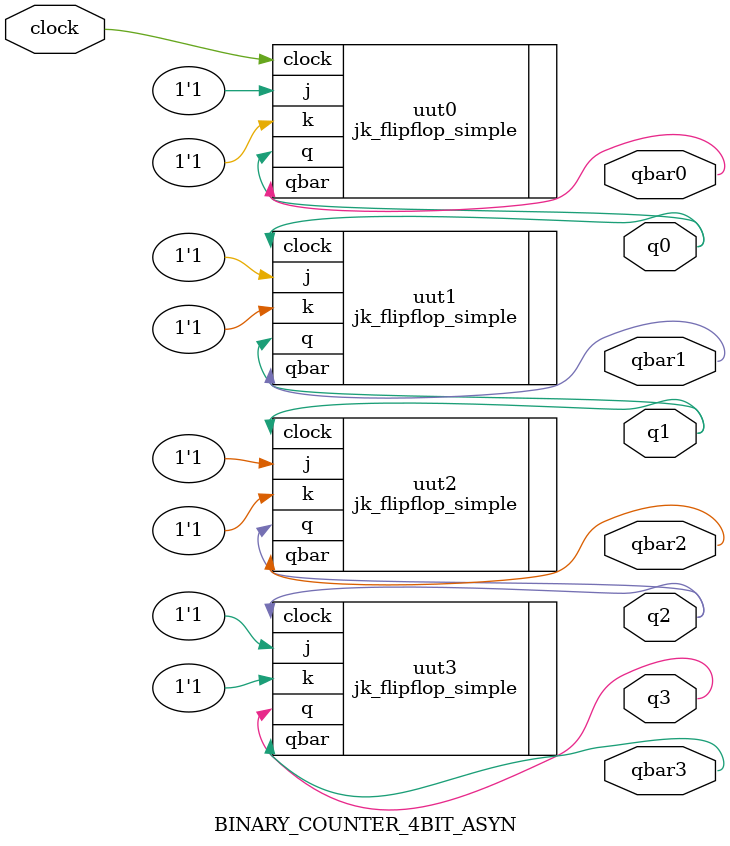
<source format=v>
/* 
@brief	BINARY_COUNTER_4BIT_ASYN.v
@details	This example shows how to model a 4-bit asynchronous up/down counter using JK flip-flops. 


@return	N/A

@author	Manuel Caballero
@date		24/January/2025
@version	24/January/2025    The ORIGIN
@pre		This source code was tested using ModelSim-Altera.
@warning	N/A.
@pre		This code belongs to AqueronteBlog.
				- GitHub:  https://github.com/AqueronteBlog
            - YouTube: https://www.youtube.com/user/AqueronteBlog
            - X:       https://twitter.com/aqueronteblog
*/
module BINARY_COUNTER_4BIT_ASYN (
	input clock,
	output q0, qbar0, q1, qbar1, q2, qbar2, q3, qbar3
);

	jk_flipflop_simple uut0 (.j(1'b1), .k(1'b1), .q(q0), .qbar(qbar0), .clock(clock));
	jk_flipflop_simple uut1 (.j(1'b1), .k(1'b1), .q(q1), .qbar(qbar1), .clock(q0));
	jk_flipflop_simple uut2 (.j(1'b1), .k(1'b1), .q(q2), .qbar(qbar2), .clock(q1));
	jk_flipflop_simple uut3 (.j(1'b1), .k(1'b1), .q(q3), .qbar(qbar3), .clock(q2));

endmodule
</source>
